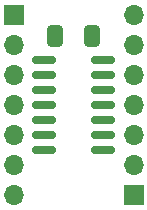
<source format=gts>
G04 #@! TF.GenerationSoftware,KiCad,Pcbnew,(6.0.9)*
G04 #@! TF.CreationDate,2023-05-28T18:49:52+02:00*
G04 #@! TF.ProjectId,SOIC-SSOP-DIP adapter,534f4943-2d53-4534-9f50-2d4449502061,rev?*
G04 #@! TF.SameCoordinates,Original*
G04 #@! TF.FileFunction,Soldermask,Top*
G04 #@! TF.FilePolarity,Negative*
%FSLAX46Y46*%
G04 Gerber Fmt 4.6, Leading zero omitted, Abs format (unit mm)*
G04 Created by KiCad (PCBNEW (6.0.9)) date 2023-05-28 18:49:52*
%MOMM*%
%LPD*%
G01*
G04 APERTURE LIST*
G04 Aperture macros list*
%AMRoundRect*
0 Rectangle with rounded corners*
0 $1 Rounding radius*
0 $2 $3 $4 $5 $6 $7 $8 $9 X,Y pos of 4 corners*
0 Add a 4 corners polygon primitive as box body*
4,1,4,$2,$3,$4,$5,$6,$7,$8,$9,$2,$3,0*
0 Add four circle primitives for the rounded corners*
1,1,$1+$1,$2,$3*
1,1,$1+$1,$4,$5*
1,1,$1+$1,$6,$7*
1,1,$1+$1,$8,$9*
0 Add four rect primitives between the rounded corners*
20,1,$1+$1,$2,$3,$4,$5,0*
20,1,$1+$1,$4,$5,$6,$7,0*
20,1,$1+$1,$6,$7,$8,$9,0*
20,1,$1+$1,$8,$9,$2,$3,0*%
G04 Aperture macros list end*
%ADD10RoundRect,0.250000X-0.412500X-0.650000X0.412500X-0.650000X0.412500X0.650000X-0.412500X0.650000X0*%
%ADD11R,1.700000X1.700000*%
%ADD12O,1.700000X1.700000*%
%ADD13RoundRect,0.150000X-0.825000X-0.150000X0.825000X-0.150000X0.825000X0.150000X-0.825000X0.150000X0*%
G04 APERTURE END LIST*
D10*
X69557500Y-83058000D03*
X72682500Y-83058000D03*
D11*
X66040000Y-81275000D03*
D12*
X66040000Y-83815000D03*
X66040000Y-86355000D03*
X66040000Y-88895000D03*
X66040000Y-91435000D03*
X66040000Y-93975000D03*
X66040000Y-96515000D03*
D13*
X68645000Y-85090000D03*
X68645000Y-86360000D03*
X68645000Y-87630000D03*
X68645000Y-88900000D03*
X68645000Y-90170000D03*
X68645000Y-91440000D03*
X68645000Y-92710000D03*
X73595000Y-92710000D03*
X73595000Y-91440000D03*
X73595000Y-90170000D03*
X73595000Y-88900000D03*
X73595000Y-87630000D03*
X73595000Y-86360000D03*
X73595000Y-85090000D03*
D11*
X76200000Y-96525000D03*
D12*
X76200000Y-93985000D03*
X76200000Y-91445000D03*
X76200000Y-88905000D03*
X76200000Y-86365000D03*
X76200000Y-83825000D03*
X76200000Y-81285000D03*
M02*

</source>
